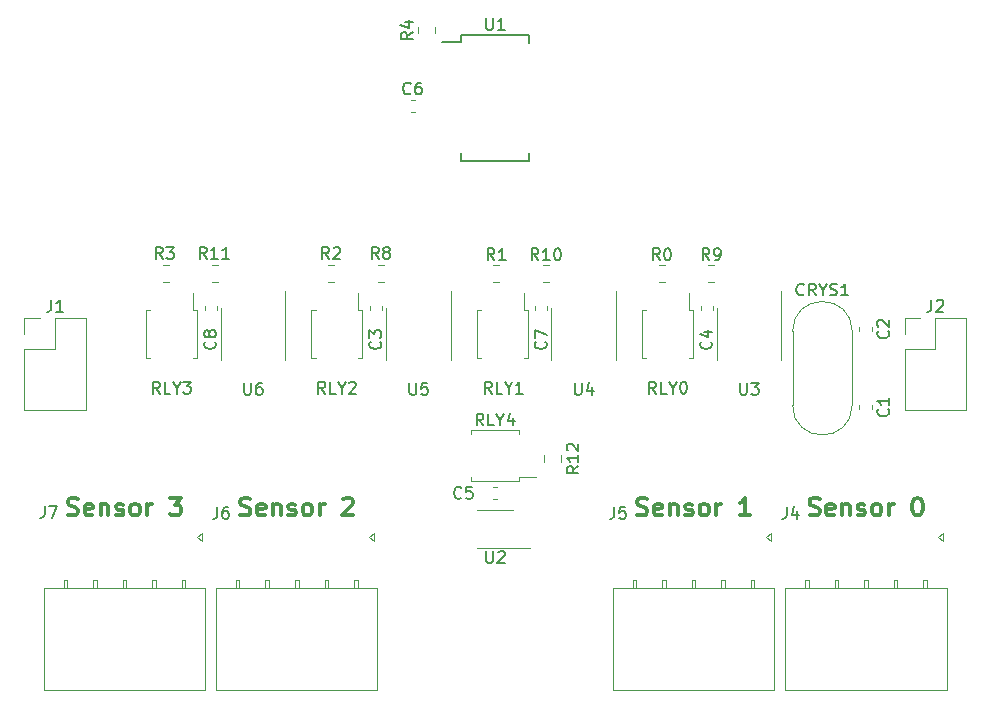
<source format=gbr>
%TF.GenerationSoftware,KiCad,Pcbnew,(5.1.10)-1*%
%TF.CreationDate,2021-07-04T19:20:50-04:00*%
%TF.ProjectId,SensorBoard,53656e73-6f72-4426-9f61-72642e6b6963,rev?*%
%TF.SameCoordinates,Original*%
%TF.FileFunction,Legend,Top*%
%TF.FilePolarity,Positive*%
%FSLAX46Y46*%
G04 Gerber Fmt 4.6, Leading zero omitted, Abs format (unit mm)*
G04 Created by KiCad (PCBNEW (5.1.10)-1) date 2021-07-04 19:20:50*
%MOMM*%
%LPD*%
G01*
G04 APERTURE LIST*
%ADD10C,0.300000*%
%ADD11C,0.120000*%
%ADD12C,0.150000*%
G04 APERTURE END LIST*
D10*
X176614285Y-105307142D02*
X176828571Y-105378571D01*
X177185714Y-105378571D01*
X177328571Y-105307142D01*
X177400000Y-105235714D01*
X177471428Y-105092857D01*
X177471428Y-104950000D01*
X177400000Y-104807142D01*
X177328571Y-104735714D01*
X177185714Y-104664285D01*
X176900000Y-104592857D01*
X176757142Y-104521428D01*
X176685714Y-104450000D01*
X176614285Y-104307142D01*
X176614285Y-104164285D01*
X176685714Y-104021428D01*
X176757142Y-103950000D01*
X176900000Y-103878571D01*
X177257142Y-103878571D01*
X177471428Y-103950000D01*
X178685714Y-105307142D02*
X178542857Y-105378571D01*
X178257142Y-105378571D01*
X178114285Y-105307142D01*
X178042857Y-105164285D01*
X178042857Y-104592857D01*
X178114285Y-104450000D01*
X178257142Y-104378571D01*
X178542857Y-104378571D01*
X178685714Y-104450000D01*
X178757142Y-104592857D01*
X178757142Y-104735714D01*
X178042857Y-104878571D01*
X179400000Y-104378571D02*
X179400000Y-105378571D01*
X179400000Y-104521428D02*
X179471428Y-104450000D01*
X179614285Y-104378571D01*
X179828571Y-104378571D01*
X179971428Y-104450000D01*
X180042857Y-104592857D01*
X180042857Y-105378571D01*
X180685714Y-105307142D02*
X180828571Y-105378571D01*
X181114285Y-105378571D01*
X181257142Y-105307142D01*
X181328571Y-105164285D01*
X181328571Y-105092857D01*
X181257142Y-104950000D01*
X181114285Y-104878571D01*
X180900000Y-104878571D01*
X180757142Y-104807142D01*
X180685714Y-104664285D01*
X180685714Y-104592857D01*
X180757142Y-104450000D01*
X180900000Y-104378571D01*
X181114285Y-104378571D01*
X181257142Y-104450000D01*
X182185714Y-105378571D02*
X182042857Y-105307142D01*
X181971428Y-105235714D01*
X181900000Y-105092857D01*
X181900000Y-104664285D01*
X181971428Y-104521428D01*
X182042857Y-104450000D01*
X182185714Y-104378571D01*
X182400000Y-104378571D01*
X182542857Y-104450000D01*
X182614285Y-104521428D01*
X182685714Y-104664285D01*
X182685714Y-105092857D01*
X182614285Y-105235714D01*
X182542857Y-105307142D01*
X182400000Y-105378571D01*
X182185714Y-105378571D01*
X183328571Y-105378571D02*
X183328571Y-104378571D01*
X183328571Y-104664285D02*
X183400000Y-104521428D01*
X183471428Y-104450000D01*
X183614285Y-104378571D01*
X183757142Y-104378571D01*
X185685714Y-103878571D02*
X185828571Y-103878571D01*
X185971428Y-103950000D01*
X186042857Y-104021428D01*
X186114285Y-104164285D01*
X186185714Y-104450000D01*
X186185714Y-104807142D01*
X186114285Y-105092857D01*
X186042857Y-105235714D01*
X185971428Y-105307142D01*
X185828571Y-105378571D01*
X185685714Y-105378571D01*
X185542857Y-105307142D01*
X185471428Y-105235714D01*
X185400000Y-105092857D01*
X185328571Y-104807142D01*
X185328571Y-104450000D01*
X185400000Y-104164285D01*
X185471428Y-104021428D01*
X185542857Y-103950000D01*
X185685714Y-103878571D01*
X162014285Y-105307142D02*
X162228571Y-105378571D01*
X162585714Y-105378571D01*
X162728571Y-105307142D01*
X162800000Y-105235714D01*
X162871428Y-105092857D01*
X162871428Y-104950000D01*
X162800000Y-104807142D01*
X162728571Y-104735714D01*
X162585714Y-104664285D01*
X162300000Y-104592857D01*
X162157142Y-104521428D01*
X162085714Y-104450000D01*
X162014285Y-104307142D01*
X162014285Y-104164285D01*
X162085714Y-104021428D01*
X162157142Y-103950000D01*
X162300000Y-103878571D01*
X162657142Y-103878571D01*
X162871428Y-103950000D01*
X164085714Y-105307142D02*
X163942857Y-105378571D01*
X163657142Y-105378571D01*
X163514285Y-105307142D01*
X163442857Y-105164285D01*
X163442857Y-104592857D01*
X163514285Y-104450000D01*
X163657142Y-104378571D01*
X163942857Y-104378571D01*
X164085714Y-104450000D01*
X164157142Y-104592857D01*
X164157142Y-104735714D01*
X163442857Y-104878571D01*
X164800000Y-104378571D02*
X164800000Y-105378571D01*
X164800000Y-104521428D02*
X164871428Y-104450000D01*
X165014285Y-104378571D01*
X165228571Y-104378571D01*
X165371428Y-104450000D01*
X165442857Y-104592857D01*
X165442857Y-105378571D01*
X166085714Y-105307142D02*
X166228571Y-105378571D01*
X166514285Y-105378571D01*
X166657142Y-105307142D01*
X166728571Y-105164285D01*
X166728571Y-105092857D01*
X166657142Y-104950000D01*
X166514285Y-104878571D01*
X166300000Y-104878571D01*
X166157142Y-104807142D01*
X166085714Y-104664285D01*
X166085714Y-104592857D01*
X166157142Y-104450000D01*
X166300000Y-104378571D01*
X166514285Y-104378571D01*
X166657142Y-104450000D01*
X167585714Y-105378571D02*
X167442857Y-105307142D01*
X167371428Y-105235714D01*
X167300000Y-105092857D01*
X167300000Y-104664285D01*
X167371428Y-104521428D01*
X167442857Y-104450000D01*
X167585714Y-104378571D01*
X167800000Y-104378571D01*
X167942857Y-104450000D01*
X168014285Y-104521428D01*
X168085714Y-104664285D01*
X168085714Y-105092857D01*
X168014285Y-105235714D01*
X167942857Y-105307142D01*
X167800000Y-105378571D01*
X167585714Y-105378571D01*
X168728571Y-105378571D02*
X168728571Y-104378571D01*
X168728571Y-104664285D02*
X168800000Y-104521428D01*
X168871428Y-104450000D01*
X169014285Y-104378571D01*
X169157142Y-104378571D01*
X171585714Y-105378571D02*
X170728571Y-105378571D01*
X171157142Y-105378571D02*
X171157142Y-103878571D01*
X171014285Y-104092857D01*
X170871428Y-104235714D01*
X170728571Y-104307142D01*
X128414285Y-105307142D02*
X128628571Y-105378571D01*
X128985714Y-105378571D01*
X129128571Y-105307142D01*
X129200000Y-105235714D01*
X129271428Y-105092857D01*
X129271428Y-104950000D01*
X129200000Y-104807142D01*
X129128571Y-104735714D01*
X128985714Y-104664285D01*
X128700000Y-104592857D01*
X128557142Y-104521428D01*
X128485714Y-104450000D01*
X128414285Y-104307142D01*
X128414285Y-104164285D01*
X128485714Y-104021428D01*
X128557142Y-103950000D01*
X128700000Y-103878571D01*
X129057142Y-103878571D01*
X129271428Y-103950000D01*
X130485714Y-105307142D02*
X130342857Y-105378571D01*
X130057142Y-105378571D01*
X129914285Y-105307142D01*
X129842857Y-105164285D01*
X129842857Y-104592857D01*
X129914285Y-104450000D01*
X130057142Y-104378571D01*
X130342857Y-104378571D01*
X130485714Y-104450000D01*
X130557142Y-104592857D01*
X130557142Y-104735714D01*
X129842857Y-104878571D01*
X131200000Y-104378571D02*
X131200000Y-105378571D01*
X131200000Y-104521428D02*
X131271428Y-104450000D01*
X131414285Y-104378571D01*
X131628571Y-104378571D01*
X131771428Y-104450000D01*
X131842857Y-104592857D01*
X131842857Y-105378571D01*
X132485714Y-105307142D02*
X132628571Y-105378571D01*
X132914285Y-105378571D01*
X133057142Y-105307142D01*
X133128571Y-105164285D01*
X133128571Y-105092857D01*
X133057142Y-104950000D01*
X132914285Y-104878571D01*
X132700000Y-104878571D01*
X132557142Y-104807142D01*
X132485714Y-104664285D01*
X132485714Y-104592857D01*
X132557142Y-104450000D01*
X132700000Y-104378571D01*
X132914285Y-104378571D01*
X133057142Y-104450000D01*
X133985714Y-105378571D02*
X133842857Y-105307142D01*
X133771428Y-105235714D01*
X133700000Y-105092857D01*
X133700000Y-104664285D01*
X133771428Y-104521428D01*
X133842857Y-104450000D01*
X133985714Y-104378571D01*
X134200000Y-104378571D01*
X134342857Y-104450000D01*
X134414285Y-104521428D01*
X134485714Y-104664285D01*
X134485714Y-105092857D01*
X134414285Y-105235714D01*
X134342857Y-105307142D01*
X134200000Y-105378571D01*
X133985714Y-105378571D01*
X135128571Y-105378571D02*
X135128571Y-104378571D01*
X135128571Y-104664285D02*
X135200000Y-104521428D01*
X135271428Y-104450000D01*
X135414285Y-104378571D01*
X135557142Y-104378571D01*
X137128571Y-104021428D02*
X137200000Y-103950000D01*
X137342857Y-103878571D01*
X137700000Y-103878571D01*
X137842857Y-103950000D01*
X137914285Y-104021428D01*
X137985714Y-104164285D01*
X137985714Y-104307142D01*
X137914285Y-104521428D01*
X137057142Y-105378571D01*
X137985714Y-105378571D01*
X113814285Y-105307142D02*
X114028571Y-105378571D01*
X114385714Y-105378571D01*
X114528571Y-105307142D01*
X114600000Y-105235714D01*
X114671428Y-105092857D01*
X114671428Y-104950000D01*
X114600000Y-104807142D01*
X114528571Y-104735714D01*
X114385714Y-104664285D01*
X114100000Y-104592857D01*
X113957142Y-104521428D01*
X113885714Y-104450000D01*
X113814285Y-104307142D01*
X113814285Y-104164285D01*
X113885714Y-104021428D01*
X113957142Y-103950000D01*
X114100000Y-103878571D01*
X114457142Y-103878571D01*
X114671428Y-103950000D01*
X115885714Y-105307142D02*
X115742857Y-105378571D01*
X115457142Y-105378571D01*
X115314285Y-105307142D01*
X115242857Y-105164285D01*
X115242857Y-104592857D01*
X115314285Y-104450000D01*
X115457142Y-104378571D01*
X115742857Y-104378571D01*
X115885714Y-104450000D01*
X115957142Y-104592857D01*
X115957142Y-104735714D01*
X115242857Y-104878571D01*
X116600000Y-104378571D02*
X116600000Y-105378571D01*
X116600000Y-104521428D02*
X116671428Y-104450000D01*
X116814285Y-104378571D01*
X117028571Y-104378571D01*
X117171428Y-104450000D01*
X117242857Y-104592857D01*
X117242857Y-105378571D01*
X117885714Y-105307142D02*
X118028571Y-105378571D01*
X118314285Y-105378571D01*
X118457142Y-105307142D01*
X118528571Y-105164285D01*
X118528571Y-105092857D01*
X118457142Y-104950000D01*
X118314285Y-104878571D01*
X118100000Y-104878571D01*
X117957142Y-104807142D01*
X117885714Y-104664285D01*
X117885714Y-104592857D01*
X117957142Y-104450000D01*
X118100000Y-104378571D01*
X118314285Y-104378571D01*
X118457142Y-104450000D01*
X119385714Y-105378571D02*
X119242857Y-105307142D01*
X119171428Y-105235714D01*
X119100000Y-105092857D01*
X119100000Y-104664285D01*
X119171428Y-104521428D01*
X119242857Y-104450000D01*
X119385714Y-104378571D01*
X119600000Y-104378571D01*
X119742857Y-104450000D01*
X119814285Y-104521428D01*
X119885714Y-104664285D01*
X119885714Y-105092857D01*
X119814285Y-105235714D01*
X119742857Y-105307142D01*
X119600000Y-105378571D01*
X119385714Y-105378571D01*
X120528571Y-105378571D02*
X120528571Y-104378571D01*
X120528571Y-104664285D02*
X120600000Y-104521428D01*
X120671428Y-104450000D01*
X120814285Y-104378571D01*
X120957142Y-104378571D01*
X122457142Y-103878571D02*
X123385714Y-103878571D01*
X122885714Y-104450000D01*
X123100000Y-104450000D01*
X123242857Y-104521428D01*
X123314285Y-104592857D01*
X123385714Y-104735714D01*
X123385714Y-105092857D01*
X123314285Y-105235714D01*
X123242857Y-105307142D01*
X123100000Y-105378571D01*
X122671428Y-105378571D01*
X122528571Y-105307142D01*
X122457142Y-105235714D01*
D11*
%TO.C,C8*%
X126410000Y-87971267D02*
X126410000Y-87628733D01*
X125390000Y-87971267D02*
X125390000Y-87628733D01*
%TO.C,C7*%
X154410000Y-87971267D02*
X154410000Y-87628733D01*
X153390000Y-87971267D02*
X153390000Y-87628733D01*
%TO.C,C6*%
X142828733Y-71210000D02*
X143171267Y-71210000D01*
X142828733Y-70190000D02*
X143171267Y-70190000D01*
%TO.C,C5*%
X150171267Y-102940000D02*
X149828733Y-102940000D01*
X150171267Y-103960000D02*
X149828733Y-103960000D01*
%TO.C,C4*%
X167390000Y-87971267D02*
X167390000Y-87628733D01*
X168410000Y-87971267D02*
X168410000Y-87628733D01*
%TO.C,C3*%
X140410000Y-87971267D02*
X140410000Y-87628733D01*
X139390000Y-87971267D02*
X139390000Y-87628733D01*
%TO.C,J1*%
X110130000Y-96410000D02*
X115330000Y-96410000D01*
X110130000Y-91270000D02*
X110130000Y-96410000D01*
X115330000Y-88670000D02*
X115330000Y-96410000D01*
X110130000Y-91270000D02*
X112730000Y-91270000D01*
X112730000Y-91270000D02*
X112730000Y-88670000D01*
X112730000Y-88670000D02*
X115330000Y-88670000D01*
X110130000Y-90000000D02*
X110130000Y-88670000D01*
X110130000Y-88670000D02*
X111460000Y-88670000D01*
%TO.C,J2*%
X184670000Y-88670000D02*
X186000000Y-88670000D01*
X184670000Y-90000000D02*
X184670000Y-88670000D01*
X187270000Y-88670000D02*
X189870000Y-88670000D01*
X187270000Y-91270000D02*
X187270000Y-88670000D01*
X184670000Y-91270000D02*
X187270000Y-91270000D01*
X189870000Y-88670000D02*
X189870000Y-96410000D01*
X184670000Y-91270000D02*
X184670000Y-96410000D01*
X184670000Y-96410000D02*
X189870000Y-96410000D01*
%TO.C,U6*%
X132235000Y-90000000D02*
X132235000Y-86400000D01*
X132235000Y-90000000D02*
X132235000Y-92200000D01*
X126765000Y-90000000D02*
X126765000Y-87800000D01*
X126765000Y-90000000D02*
X126765000Y-92200000D01*
%TO.C,U5*%
X146235000Y-90000000D02*
X146235000Y-86400000D01*
X146235000Y-90000000D02*
X146235000Y-92200000D01*
X140765000Y-90000000D02*
X140765000Y-87800000D01*
X140765000Y-90000000D02*
X140765000Y-92200000D01*
%TO.C,U4*%
X160235000Y-90000000D02*
X160235000Y-86400000D01*
X160235000Y-90000000D02*
X160235000Y-92200000D01*
X154765000Y-90000000D02*
X154765000Y-87800000D01*
X154765000Y-90000000D02*
X154765000Y-92200000D01*
%TO.C,U3*%
X174235000Y-90000000D02*
X174235000Y-86400000D01*
X174235000Y-90000000D02*
X174235000Y-92200000D01*
X168765000Y-90000000D02*
X168765000Y-87800000D01*
X168765000Y-90000000D02*
X168765000Y-92200000D01*
%TO.C,U2*%
X150000000Y-108110000D02*
X152925000Y-108110000D01*
X150000000Y-108110000D02*
X148500000Y-108110000D01*
X150000000Y-104890000D02*
X151500000Y-104890000D01*
X150000000Y-104890000D02*
X148500000Y-104890000D01*
D12*
%TO.C,U1*%
X147125000Y-65300000D02*
X145525000Y-65300000D01*
X147125000Y-75375000D02*
X152875000Y-75375000D01*
X147125000Y-64725000D02*
X152875000Y-64725000D01*
X147125000Y-75375000D02*
X147125000Y-74725000D01*
X152875000Y-75375000D02*
X152875000Y-74725000D01*
X152875000Y-64725000D02*
X152875000Y-65375000D01*
X147125000Y-64725000D02*
X147125000Y-65300000D01*
D11*
%TO.C,RLY4*%
X152010000Y-102105000D02*
X153475000Y-102105000D01*
X152010000Y-102460000D02*
X152010000Y-102105000D01*
X150000000Y-102460000D02*
X152010000Y-102460000D01*
X147990000Y-102460000D02*
X147990000Y-102105000D01*
X150000000Y-102460000D02*
X147990000Y-102460000D01*
X152010000Y-98140000D02*
X152010000Y-98495000D01*
X150000000Y-98140000D02*
X152010000Y-98140000D01*
X147990000Y-98140000D02*
X147990000Y-98495000D01*
X150000000Y-98140000D02*
X147990000Y-98140000D01*
%TO.C,RLY3*%
X124405000Y-87990000D02*
X124405000Y-86525000D01*
X124760000Y-87990000D02*
X124405000Y-87990000D01*
X124760000Y-90000000D02*
X124760000Y-87990000D01*
X124760000Y-92010000D02*
X124405000Y-92010000D01*
X124760000Y-90000000D02*
X124760000Y-92010000D01*
X120440000Y-87990000D02*
X120795000Y-87990000D01*
X120440000Y-90000000D02*
X120440000Y-87990000D01*
X120440000Y-92010000D02*
X120795000Y-92010000D01*
X120440000Y-90000000D02*
X120440000Y-92010000D01*
%TO.C,RLY2*%
X138405000Y-87990000D02*
X138405000Y-86525000D01*
X138760000Y-87990000D02*
X138405000Y-87990000D01*
X138760000Y-90000000D02*
X138760000Y-87990000D01*
X138760000Y-92010000D02*
X138405000Y-92010000D01*
X138760000Y-90000000D02*
X138760000Y-92010000D01*
X134440000Y-87990000D02*
X134795000Y-87990000D01*
X134440000Y-90000000D02*
X134440000Y-87990000D01*
X134440000Y-92010000D02*
X134795000Y-92010000D01*
X134440000Y-90000000D02*
X134440000Y-92010000D01*
%TO.C,RLY1*%
X152405000Y-87990000D02*
X152405000Y-86525000D01*
X152760000Y-87990000D02*
X152405000Y-87990000D01*
X152760000Y-90000000D02*
X152760000Y-87990000D01*
X152760000Y-92010000D02*
X152405000Y-92010000D01*
X152760000Y-90000000D02*
X152760000Y-92010000D01*
X148440000Y-87990000D02*
X148795000Y-87990000D01*
X148440000Y-90000000D02*
X148440000Y-87990000D01*
X148440000Y-92010000D02*
X148795000Y-92010000D01*
X148440000Y-90000000D02*
X148440000Y-92010000D01*
%TO.C,RLY0*%
X166405000Y-87990000D02*
X166405000Y-86525000D01*
X166760000Y-87990000D02*
X166405000Y-87990000D01*
X166760000Y-90000000D02*
X166760000Y-87990000D01*
X166760000Y-92010000D02*
X166405000Y-92010000D01*
X166760000Y-90000000D02*
X166760000Y-92010000D01*
X162440000Y-87990000D02*
X162795000Y-87990000D01*
X162440000Y-90000000D02*
X162440000Y-87990000D01*
X162440000Y-92010000D02*
X162795000Y-92010000D01*
X162440000Y-90000000D02*
X162440000Y-92010000D01*
%TO.C,R12*%
X155560000Y-100811252D02*
X155560000Y-100288748D01*
X154140000Y-100811252D02*
X154140000Y-100288748D01*
%TO.C,R11*%
X126561252Y-84190000D02*
X126038748Y-84190000D01*
X126561252Y-85610000D02*
X126038748Y-85610000D01*
%TO.C,R10*%
X154561252Y-84190000D02*
X154038748Y-84190000D01*
X154561252Y-85610000D02*
X154038748Y-85610000D01*
%TO.C,R9*%
X168561252Y-84190000D02*
X168038748Y-84190000D01*
X168561252Y-85610000D02*
X168038748Y-85610000D01*
%TO.C,R8*%
X140561252Y-84190000D02*
X140038748Y-84190000D01*
X140561252Y-85610000D02*
X140038748Y-85610000D01*
%TO.C,R4*%
X144910000Y-64561252D02*
X144910000Y-64038748D01*
X143490000Y-64561252D02*
X143490000Y-64038748D01*
%TO.C,R3*%
X122361252Y-84190000D02*
X121838748Y-84190000D01*
X122361252Y-85610000D02*
X121838748Y-85610000D01*
%TO.C,R2*%
X136361252Y-84190000D02*
X135838748Y-84190000D01*
X136361252Y-85610000D02*
X135838748Y-85610000D01*
%TO.C,R1*%
X150361252Y-84190000D02*
X149838748Y-84190000D01*
X150361252Y-85610000D02*
X149838748Y-85610000D01*
%TO.C,R0*%
X164361252Y-84190000D02*
X163838748Y-84190000D01*
X164361252Y-85610000D02*
X163838748Y-85610000D01*
%TO.C,J4*%
X187934264Y-106900000D02*
X187510000Y-107200000D01*
X187934264Y-107500000D02*
X187934264Y-106900000D01*
X187510000Y-107200000D02*
X187934264Y-107500000D01*
X176250000Y-110810000D02*
X176250000Y-111510000D01*
X176550000Y-110810000D02*
X176250000Y-110810000D01*
X176550000Y-111510000D02*
X176550000Y-110810000D01*
X176250000Y-111510000D02*
X176550000Y-111510000D01*
X178750000Y-110810000D02*
X178750000Y-111510000D01*
X179050000Y-110810000D02*
X178750000Y-110810000D01*
X179050000Y-111510000D02*
X179050000Y-110810000D01*
X178750000Y-111510000D02*
X179050000Y-111510000D01*
X181250000Y-110810000D02*
X181250000Y-111510000D01*
X181550000Y-110810000D02*
X181250000Y-110810000D01*
X181550000Y-111510000D02*
X181550000Y-110810000D01*
X181250000Y-111510000D02*
X181550000Y-111510000D01*
X183750000Y-110810000D02*
X183750000Y-111510000D01*
X184050000Y-110810000D02*
X183750000Y-110810000D01*
X184050000Y-111510000D02*
X184050000Y-110810000D01*
X183750000Y-111510000D02*
X184050000Y-111510000D01*
X186250000Y-110810000D02*
X186250000Y-111510000D01*
X186550000Y-110810000D02*
X186250000Y-110810000D01*
X186550000Y-111510000D02*
X186550000Y-110810000D01*
X186250000Y-111510000D02*
X186550000Y-111510000D01*
X188230000Y-120190000D02*
X188230000Y-111510000D01*
X174570000Y-120190000D02*
X188230000Y-120190000D01*
X174570000Y-111510000D02*
X174570000Y-120190000D01*
X188230000Y-111510000D02*
X174570000Y-111510000D01*
%TO.C,J5*%
X173334264Y-106900000D02*
X172910000Y-107200000D01*
X173334264Y-107500000D02*
X173334264Y-106900000D01*
X172910000Y-107200000D02*
X173334264Y-107500000D01*
X161650000Y-110810000D02*
X161650000Y-111510000D01*
X161950000Y-110810000D02*
X161650000Y-110810000D01*
X161950000Y-111510000D02*
X161950000Y-110810000D01*
X161650000Y-111510000D02*
X161950000Y-111510000D01*
X164150000Y-110810000D02*
X164150000Y-111510000D01*
X164450000Y-110810000D02*
X164150000Y-110810000D01*
X164450000Y-111510000D02*
X164450000Y-110810000D01*
X164150000Y-111510000D02*
X164450000Y-111510000D01*
X166650000Y-110810000D02*
X166650000Y-111510000D01*
X166950000Y-110810000D02*
X166650000Y-110810000D01*
X166950000Y-111510000D02*
X166950000Y-110810000D01*
X166650000Y-111510000D02*
X166950000Y-111510000D01*
X169150000Y-110810000D02*
X169150000Y-111510000D01*
X169450000Y-110810000D02*
X169150000Y-110810000D01*
X169450000Y-111510000D02*
X169450000Y-110810000D01*
X169150000Y-111510000D02*
X169450000Y-111510000D01*
X171650000Y-110810000D02*
X171650000Y-111510000D01*
X171950000Y-110810000D02*
X171650000Y-110810000D01*
X171950000Y-111510000D02*
X171950000Y-110810000D01*
X171650000Y-111510000D02*
X171950000Y-111510000D01*
X173630000Y-120190000D02*
X173630000Y-111510000D01*
X159970000Y-120190000D02*
X173630000Y-120190000D01*
X159970000Y-111510000D02*
X159970000Y-120190000D01*
X173630000Y-111510000D02*
X159970000Y-111510000D01*
%TO.C,J6*%
X139734264Y-106900000D02*
X139310000Y-107200000D01*
X139734264Y-107500000D02*
X139734264Y-106900000D01*
X139310000Y-107200000D02*
X139734264Y-107500000D01*
X128050000Y-110810000D02*
X128050000Y-111510000D01*
X128350000Y-110810000D02*
X128050000Y-110810000D01*
X128350000Y-111510000D02*
X128350000Y-110810000D01*
X128050000Y-111510000D02*
X128350000Y-111510000D01*
X130550000Y-110810000D02*
X130550000Y-111510000D01*
X130850000Y-110810000D02*
X130550000Y-110810000D01*
X130850000Y-111510000D02*
X130850000Y-110810000D01*
X130550000Y-111510000D02*
X130850000Y-111510000D01*
X133050000Y-110810000D02*
X133050000Y-111510000D01*
X133350000Y-110810000D02*
X133050000Y-110810000D01*
X133350000Y-111510000D02*
X133350000Y-110810000D01*
X133050000Y-111510000D02*
X133350000Y-111510000D01*
X135550000Y-110810000D02*
X135550000Y-111510000D01*
X135850000Y-110810000D02*
X135550000Y-110810000D01*
X135850000Y-111510000D02*
X135850000Y-110810000D01*
X135550000Y-111510000D02*
X135850000Y-111510000D01*
X138050000Y-110810000D02*
X138050000Y-111510000D01*
X138350000Y-110810000D02*
X138050000Y-110810000D01*
X138350000Y-111510000D02*
X138350000Y-110810000D01*
X138050000Y-111510000D02*
X138350000Y-111510000D01*
X140030000Y-120190000D02*
X140030000Y-111510000D01*
X126370000Y-120190000D02*
X140030000Y-120190000D01*
X126370000Y-111510000D02*
X126370000Y-120190000D01*
X140030000Y-111510000D02*
X126370000Y-111510000D01*
%TO.C,J7*%
X125134264Y-106900000D02*
X124710000Y-107200000D01*
X125134264Y-107500000D02*
X125134264Y-106900000D01*
X124710000Y-107200000D02*
X125134264Y-107500000D01*
X113450000Y-110810000D02*
X113450000Y-111510000D01*
X113750000Y-110810000D02*
X113450000Y-110810000D01*
X113750000Y-111510000D02*
X113750000Y-110810000D01*
X113450000Y-111510000D02*
X113750000Y-111510000D01*
X115950000Y-110810000D02*
X115950000Y-111510000D01*
X116250000Y-110810000D02*
X115950000Y-110810000D01*
X116250000Y-111510000D02*
X116250000Y-110810000D01*
X115950000Y-111510000D02*
X116250000Y-111510000D01*
X118450000Y-110810000D02*
X118450000Y-111510000D01*
X118750000Y-110810000D02*
X118450000Y-110810000D01*
X118750000Y-111510000D02*
X118750000Y-110810000D01*
X118450000Y-111510000D02*
X118750000Y-111510000D01*
X120950000Y-110810000D02*
X120950000Y-111510000D01*
X121250000Y-110810000D02*
X120950000Y-110810000D01*
X121250000Y-111510000D02*
X121250000Y-110810000D01*
X120950000Y-111510000D02*
X121250000Y-111510000D01*
X123450000Y-110810000D02*
X123450000Y-111510000D01*
X123750000Y-110810000D02*
X123450000Y-110810000D01*
X123750000Y-111510000D02*
X123750000Y-110810000D01*
X123450000Y-111510000D02*
X123750000Y-111510000D01*
X125430000Y-120190000D02*
X125430000Y-111510000D01*
X111770000Y-120190000D02*
X125430000Y-120190000D01*
X111770000Y-111510000D02*
X111770000Y-120190000D01*
X125430000Y-111510000D02*
X111770000Y-111510000D01*
%TO.C,CRYS1*%
X180225000Y-96035000D02*
X180225000Y-89785000D01*
X175175000Y-96035000D02*
X175175000Y-89785000D01*
X180225000Y-89785000D02*
G75*
G03*
X175175000Y-89785000I-2525000J0D01*
G01*
X180225000Y-96035000D02*
G75*
G02*
X175175000Y-96035000I-2525000J0D01*
G01*
%TO.C,C2*%
X180840000Y-89428733D02*
X180840000Y-89771267D01*
X181860000Y-89428733D02*
X181860000Y-89771267D01*
%TO.C,C1*%
X181860000Y-96371267D02*
X181860000Y-96028733D01*
X180840000Y-96371267D02*
X180840000Y-96028733D01*
%TO.C,C8*%
D12*
X126257142Y-90666666D02*
X126304761Y-90714285D01*
X126352380Y-90857142D01*
X126352380Y-90952380D01*
X126304761Y-91095238D01*
X126209523Y-91190476D01*
X126114285Y-91238095D01*
X125923809Y-91285714D01*
X125780952Y-91285714D01*
X125590476Y-91238095D01*
X125495238Y-91190476D01*
X125400000Y-91095238D01*
X125352380Y-90952380D01*
X125352380Y-90857142D01*
X125400000Y-90714285D01*
X125447619Y-90666666D01*
X125780952Y-90095238D02*
X125733333Y-90190476D01*
X125685714Y-90238095D01*
X125590476Y-90285714D01*
X125542857Y-90285714D01*
X125447619Y-90238095D01*
X125400000Y-90190476D01*
X125352380Y-90095238D01*
X125352380Y-89904761D01*
X125400000Y-89809523D01*
X125447619Y-89761904D01*
X125542857Y-89714285D01*
X125590476Y-89714285D01*
X125685714Y-89761904D01*
X125733333Y-89809523D01*
X125780952Y-89904761D01*
X125780952Y-90095238D01*
X125828571Y-90190476D01*
X125876190Y-90238095D01*
X125971428Y-90285714D01*
X126161904Y-90285714D01*
X126257142Y-90238095D01*
X126304761Y-90190476D01*
X126352380Y-90095238D01*
X126352380Y-89904761D01*
X126304761Y-89809523D01*
X126257142Y-89761904D01*
X126161904Y-89714285D01*
X125971428Y-89714285D01*
X125876190Y-89761904D01*
X125828571Y-89809523D01*
X125780952Y-89904761D01*
%TO.C,C7*%
X154257142Y-90666666D02*
X154304761Y-90714285D01*
X154352380Y-90857142D01*
X154352380Y-90952380D01*
X154304761Y-91095238D01*
X154209523Y-91190476D01*
X154114285Y-91238095D01*
X153923809Y-91285714D01*
X153780952Y-91285714D01*
X153590476Y-91238095D01*
X153495238Y-91190476D01*
X153400000Y-91095238D01*
X153352380Y-90952380D01*
X153352380Y-90857142D01*
X153400000Y-90714285D01*
X153447619Y-90666666D01*
X153352380Y-90333333D02*
X153352380Y-89666666D01*
X154352380Y-90095238D01*
%TO.C,C6*%
X142833333Y-69627142D02*
X142785714Y-69674761D01*
X142642857Y-69722380D01*
X142547619Y-69722380D01*
X142404761Y-69674761D01*
X142309523Y-69579523D01*
X142261904Y-69484285D01*
X142214285Y-69293809D01*
X142214285Y-69150952D01*
X142261904Y-68960476D01*
X142309523Y-68865238D01*
X142404761Y-68770000D01*
X142547619Y-68722380D01*
X142642857Y-68722380D01*
X142785714Y-68770000D01*
X142833333Y-68817619D01*
X143690476Y-68722380D02*
X143500000Y-68722380D01*
X143404761Y-68770000D01*
X143357142Y-68817619D01*
X143261904Y-68960476D01*
X143214285Y-69150952D01*
X143214285Y-69531904D01*
X143261904Y-69627142D01*
X143309523Y-69674761D01*
X143404761Y-69722380D01*
X143595238Y-69722380D01*
X143690476Y-69674761D01*
X143738095Y-69627142D01*
X143785714Y-69531904D01*
X143785714Y-69293809D01*
X143738095Y-69198571D01*
X143690476Y-69150952D01*
X143595238Y-69103333D01*
X143404761Y-69103333D01*
X143309523Y-69150952D01*
X143261904Y-69198571D01*
X143214285Y-69293809D01*
%TO.C,C5*%
X147133333Y-103857142D02*
X147085714Y-103904761D01*
X146942857Y-103952380D01*
X146847619Y-103952380D01*
X146704761Y-103904761D01*
X146609523Y-103809523D01*
X146561904Y-103714285D01*
X146514285Y-103523809D01*
X146514285Y-103380952D01*
X146561904Y-103190476D01*
X146609523Y-103095238D01*
X146704761Y-103000000D01*
X146847619Y-102952380D01*
X146942857Y-102952380D01*
X147085714Y-103000000D01*
X147133333Y-103047619D01*
X148038095Y-102952380D02*
X147561904Y-102952380D01*
X147514285Y-103428571D01*
X147561904Y-103380952D01*
X147657142Y-103333333D01*
X147895238Y-103333333D01*
X147990476Y-103380952D01*
X148038095Y-103428571D01*
X148085714Y-103523809D01*
X148085714Y-103761904D01*
X148038095Y-103857142D01*
X147990476Y-103904761D01*
X147895238Y-103952380D01*
X147657142Y-103952380D01*
X147561904Y-103904761D01*
X147514285Y-103857142D01*
%TO.C,C4*%
X168257142Y-90666666D02*
X168304761Y-90714285D01*
X168352380Y-90857142D01*
X168352380Y-90952380D01*
X168304761Y-91095238D01*
X168209523Y-91190476D01*
X168114285Y-91238095D01*
X167923809Y-91285714D01*
X167780952Y-91285714D01*
X167590476Y-91238095D01*
X167495238Y-91190476D01*
X167400000Y-91095238D01*
X167352380Y-90952380D01*
X167352380Y-90857142D01*
X167400000Y-90714285D01*
X167447619Y-90666666D01*
X167685714Y-89809523D02*
X168352380Y-89809523D01*
X167304761Y-90047619D02*
X168019047Y-90285714D01*
X168019047Y-89666666D01*
%TO.C,C3*%
X140257142Y-90666666D02*
X140304761Y-90714285D01*
X140352380Y-90857142D01*
X140352380Y-90952380D01*
X140304761Y-91095238D01*
X140209523Y-91190476D01*
X140114285Y-91238095D01*
X139923809Y-91285714D01*
X139780952Y-91285714D01*
X139590476Y-91238095D01*
X139495238Y-91190476D01*
X139400000Y-91095238D01*
X139352380Y-90952380D01*
X139352380Y-90857142D01*
X139400000Y-90714285D01*
X139447619Y-90666666D01*
X139352380Y-90333333D02*
X139352380Y-89714285D01*
X139733333Y-90047619D01*
X139733333Y-89904761D01*
X139780952Y-89809523D01*
X139828571Y-89761904D01*
X139923809Y-89714285D01*
X140161904Y-89714285D01*
X140257142Y-89761904D01*
X140304761Y-89809523D01*
X140352380Y-89904761D01*
X140352380Y-90190476D01*
X140304761Y-90285714D01*
X140257142Y-90333333D01*
%TO.C,J1*%
X112396666Y-87122380D02*
X112396666Y-87836666D01*
X112349047Y-87979523D01*
X112253809Y-88074761D01*
X112110952Y-88122380D01*
X112015714Y-88122380D01*
X113396666Y-88122380D02*
X112825238Y-88122380D01*
X113110952Y-88122380D02*
X113110952Y-87122380D01*
X113015714Y-87265238D01*
X112920476Y-87360476D01*
X112825238Y-87408095D01*
%TO.C,J2*%
X186936666Y-87122380D02*
X186936666Y-87836666D01*
X186889047Y-87979523D01*
X186793809Y-88074761D01*
X186650952Y-88122380D01*
X186555714Y-88122380D01*
X187365238Y-87217619D02*
X187412857Y-87170000D01*
X187508095Y-87122380D01*
X187746190Y-87122380D01*
X187841428Y-87170000D01*
X187889047Y-87217619D01*
X187936666Y-87312857D01*
X187936666Y-87408095D01*
X187889047Y-87550952D01*
X187317619Y-88122380D01*
X187936666Y-88122380D01*
%TO.C,U6*%
X128738095Y-94152380D02*
X128738095Y-94961904D01*
X128785714Y-95057142D01*
X128833333Y-95104761D01*
X128928571Y-95152380D01*
X129119047Y-95152380D01*
X129214285Y-95104761D01*
X129261904Y-95057142D01*
X129309523Y-94961904D01*
X129309523Y-94152380D01*
X130214285Y-94152380D02*
X130023809Y-94152380D01*
X129928571Y-94200000D01*
X129880952Y-94247619D01*
X129785714Y-94390476D01*
X129738095Y-94580952D01*
X129738095Y-94961904D01*
X129785714Y-95057142D01*
X129833333Y-95104761D01*
X129928571Y-95152380D01*
X130119047Y-95152380D01*
X130214285Y-95104761D01*
X130261904Y-95057142D01*
X130309523Y-94961904D01*
X130309523Y-94723809D01*
X130261904Y-94628571D01*
X130214285Y-94580952D01*
X130119047Y-94533333D01*
X129928571Y-94533333D01*
X129833333Y-94580952D01*
X129785714Y-94628571D01*
X129738095Y-94723809D01*
%TO.C,U5*%
X142738095Y-94152380D02*
X142738095Y-94961904D01*
X142785714Y-95057142D01*
X142833333Y-95104761D01*
X142928571Y-95152380D01*
X143119047Y-95152380D01*
X143214285Y-95104761D01*
X143261904Y-95057142D01*
X143309523Y-94961904D01*
X143309523Y-94152380D01*
X144261904Y-94152380D02*
X143785714Y-94152380D01*
X143738095Y-94628571D01*
X143785714Y-94580952D01*
X143880952Y-94533333D01*
X144119047Y-94533333D01*
X144214285Y-94580952D01*
X144261904Y-94628571D01*
X144309523Y-94723809D01*
X144309523Y-94961904D01*
X144261904Y-95057142D01*
X144214285Y-95104761D01*
X144119047Y-95152380D01*
X143880952Y-95152380D01*
X143785714Y-95104761D01*
X143738095Y-95057142D01*
%TO.C,U4*%
X156738095Y-94152380D02*
X156738095Y-94961904D01*
X156785714Y-95057142D01*
X156833333Y-95104761D01*
X156928571Y-95152380D01*
X157119047Y-95152380D01*
X157214285Y-95104761D01*
X157261904Y-95057142D01*
X157309523Y-94961904D01*
X157309523Y-94152380D01*
X158214285Y-94485714D02*
X158214285Y-95152380D01*
X157976190Y-94104761D02*
X157738095Y-94819047D01*
X158357142Y-94819047D01*
%TO.C,U3*%
X170738095Y-94152380D02*
X170738095Y-94961904D01*
X170785714Y-95057142D01*
X170833333Y-95104761D01*
X170928571Y-95152380D01*
X171119047Y-95152380D01*
X171214285Y-95104761D01*
X171261904Y-95057142D01*
X171309523Y-94961904D01*
X171309523Y-94152380D01*
X171690476Y-94152380D02*
X172309523Y-94152380D01*
X171976190Y-94533333D01*
X172119047Y-94533333D01*
X172214285Y-94580952D01*
X172261904Y-94628571D01*
X172309523Y-94723809D01*
X172309523Y-94961904D01*
X172261904Y-95057142D01*
X172214285Y-95104761D01*
X172119047Y-95152380D01*
X171833333Y-95152380D01*
X171738095Y-95104761D01*
X171690476Y-95057142D01*
%TO.C,U2*%
X149238095Y-108402380D02*
X149238095Y-109211904D01*
X149285714Y-109307142D01*
X149333333Y-109354761D01*
X149428571Y-109402380D01*
X149619047Y-109402380D01*
X149714285Y-109354761D01*
X149761904Y-109307142D01*
X149809523Y-109211904D01*
X149809523Y-108402380D01*
X150238095Y-108497619D02*
X150285714Y-108450000D01*
X150380952Y-108402380D01*
X150619047Y-108402380D01*
X150714285Y-108450000D01*
X150761904Y-108497619D01*
X150809523Y-108592857D01*
X150809523Y-108688095D01*
X150761904Y-108830952D01*
X150190476Y-109402380D01*
X150809523Y-109402380D01*
%TO.C,U1*%
X149238095Y-63252380D02*
X149238095Y-64061904D01*
X149285714Y-64157142D01*
X149333333Y-64204761D01*
X149428571Y-64252380D01*
X149619047Y-64252380D01*
X149714285Y-64204761D01*
X149761904Y-64157142D01*
X149809523Y-64061904D01*
X149809523Y-63252380D01*
X150809523Y-64252380D02*
X150238095Y-64252380D01*
X150523809Y-64252380D02*
X150523809Y-63252380D01*
X150428571Y-63395238D01*
X150333333Y-63490476D01*
X150238095Y-63538095D01*
%TO.C,RLY4*%
X149000000Y-97752380D02*
X148666666Y-97276190D01*
X148428571Y-97752380D02*
X148428571Y-96752380D01*
X148809523Y-96752380D01*
X148904761Y-96800000D01*
X148952380Y-96847619D01*
X149000000Y-96942857D01*
X149000000Y-97085714D01*
X148952380Y-97180952D01*
X148904761Y-97228571D01*
X148809523Y-97276190D01*
X148428571Y-97276190D01*
X149904761Y-97752380D02*
X149428571Y-97752380D01*
X149428571Y-96752380D01*
X150428571Y-97276190D02*
X150428571Y-97752380D01*
X150095238Y-96752380D02*
X150428571Y-97276190D01*
X150761904Y-96752380D01*
X151523809Y-97085714D02*
X151523809Y-97752380D01*
X151285714Y-96704761D02*
X151047619Y-97419047D01*
X151666666Y-97419047D01*
%TO.C,RLY3*%
X121600000Y-95052380D02*
X121266666Y-94576190D01*
X121028571Y-95052380D02*
X121028571Y-94052380D01*
X121409523Y-94052380D01*
X121504761Y-94100000D01*
X121552380Y-94147619D01*
X121600000Y-94242857D01*
X121600000Y-94385714D01*
X121552380Y-94480952D01*
X121504761Y-94528571D01*
X121409523Y-94576190D01*
X121028571Y-94576190D01*
X122504761Y-95052380D02*
X122028571Y-95052380D01*
X122028571Y-94052380D01*
X123028571Y-94576190D02*
X123028571Y-95052380D01*
X122695238Y-94052380D02*
X123028571Y-94576190D01*
X123361904Y-94052380D01*
X123600000Y-94052380D02*
X124219047Y-94052380D01*
X123885714Y-94433333D01*
X124028571Y-94433333D01*
X124123809Y-94480952D01*
X124171428Y-94528571D01*
X124219047Y-94623809D01*
X124219047Y-94861904D01*
X124171428Y-94957142D01*
X124123809Y-95004761D01*
X124028571Y-95052380D01*
X123742857Y-95052380D01*
X123647619Y-95004761D01*
X123600000Y-94957142D01*
%TO.C,RLY2*%
X135600000Y-95052380D02*
X135266666Y-94576190D01*
X135028571Y-95052380D02*
X135028571Y-94052380D01*
X135409523Y-94052380D01*
X135504761Y-94100000D01*
X135552380Y-94147619D01*
X135600000Y-94242857D01*
X135600000Y-94385714D01*
X135552380Y-94480952D01*
X135504761Y-94528571D01*
X135409523Y-94576190D01*
X135028571Y-94576190D01*
X136504761Y-95052380D02*
X136028571Y-95052380D01*
X136028571Y-94052380D01*
X137028571Y-94576190D02*
X137028571Y-95052380D01*
X136695238Y-94052380D02*
X137028571Y-94576190D01*
X137361904Y-94052380D01*
X137647619Y-94147619D02*
X137695238Y-94100000D01*
X137790476Y-94052380D01*
X138028571Y-94052380D01*
X138123809Y-94100000D01*
X138171428Y-94147619D01*
X138219047Y-94242857D01*
X138219047Y-94338095D01*
X138171428Y-94480952D01*
X137600000Y-95052380D01*
X138219047Y-95052380D01*
%TO.C,RLY1*%
X149700000Y-95052380D02*
X149366666Y-94576190D01*
X149128571Y-95052380D02*
X149128571Y-94052380D01*
X149509523Y-94052380D01*
X149604761Y-94100000D01*
X149652380Y-94147619D01*
X149700000Y-94242857D01*
X149700000Y-94385714D01*
X149652380Y-94480952D01*
X149604761Y-94528571D01*
X149509523Y-94576190D01*
X149128571Y-94576190D01*
X150604761Y-95052380D02*
X150128571Y-95052380D01*
X150128571Y-94052380D01*
X151128571Y-94576190D02*
X151128571Y-95052380D01*
X150795238Y-94052380D02*
X151128571Y-94576190D01*
X151461904Y-94052380D01*
X152319047Y-95052380D02*
X151747619Y-95052380D01*
X152033333Y-95052380D02*
X152033333Y-94052380D01*
X151938095Y-94195238D01*
X151842857Y-94290476D01*
X151747619Y-94338095D01*
%TO.C,RLY0*%
X163600000Y-95052380D02*
X163266666Y-94576190D01*
X163028571Y-95052380D02*
X163028571Y-94052380D01*
X163409523Y-94052380D01*
X163504761Y-94100000D01*
X163552380Y-94147619D01*
X163600000Y-94242857D01*
X163600000Y-94385714D01*
X163552380Y-94480952D01*
X163504761Y-94528571D01*
X163409523Y-94576190D01*
X163028571Y-94576190D01*
X164504761Y-95052380D02*
X164028571Y-95052380D01*
X164028571Y-94052380D01*
X165028571Y-94576190D02*
X165028571Y-95052380D01*
X164695238Y-94052380D02*
X165028571Y-94576190D01*
X165361904Y-94052380D01*
X165885714Y-94052380D02*
X165980952Y-94052380D01*
X166076190Y-94100000D01*
X166123809Y-94147619D01*
X166171428Y-94242857D01*
X166219047Y-94433333D01*
X166219047Y-94671428D01*
X166171428Y-94861904D01*
X166123809Y-94957142D01*
X166076190Y-95004761D01*
X165980952Y-95052380D01*
X165885714Y-95052380D01*
X165790476Y-95004761D01*
X165742857Y-94957142D01*
X165695238Y-94861904D01*
X165647619Y-94671428D01*
X165647619Y-94433333D01*
X165695238Y-94242857D01*
X165742857Y-94147619D01*
X165790476Y-94100000D01*
X165885714Y-94052380D01*
%TO.C,R12*%
X157052380Y-101192857D02*
X156576190Y-101526190D01*
X157052380Y-101764285D02*
X156052380Y-101764285D01*
X156052380Y-101383333D01*
X156100000Y-101288095D01*
X156147619Y-101240476D01*
X156242857Y-101192857D01*
X156385714Y-101192857D01*
X156480952Y-101240476D01*
X156528571Y-101288095D01*
X156576190Y-101383333D01*
X156576190Y-101764285D01*
X157052380Y-100240476D02*
X157052380Y-100811904D01*
X157052380Y-100526190D02*
X156052380Y-100526190D01*
X156195238Y-100621428D01*
X156290476Y-100716666D01*
X156338095Y-100811904D01*
X156147619Y-99859523D02*
X156100000Y-99811904D01*
X156052380Y-99716666D01*
X156052380Y-99478571D01*
X156100000Y-99383333D01*
X156147619Y-99335714D01*
X156242857Y-99288095D01*
X156338095Y-99288095D01*
X156480952Y-99335714D01*
X157052380Y-99907142D01*
X157052380Y-99288095D01*
%TO.C,R11*%
X125557142Y-83652380D02*
X125223809Y-83176190D01*
X124985714Y-83652380D02*
X124985714Y-82652380D01*
X125366666Y-82652380D01*
X125461904Y-82700000D01*
X125509523Y-82747619D01*
X125557142Y-82842857D01*
X125557142Y-82985714D01*
X125509523Y-83080952D01*
X125461904Y-83128571D01*
X125366666Y-83176190D01*
X124985714Y-83176190D01*
X126509523Y-83652380D02*
X125938095Y-83652380D01*
X126223809Y-83652380D02*
X126223809Y-82652380D01*
X126128571Y-82795238D01*
X126033333Y-82890476D01*
X125938095Y-82938095D01*
X127461904Y-83652380D02*
X126890476Y-83652380D01*
X127176190Y-83652380D02*
X127176190Y-82652380D01*
X127080952Y-82795238D01*
X126985714Y-82890476D01*
X126890476Y-82938095D01*
%TO.C,R10*%
X153657142Y-83752380D02*
X153323809Y-83276190D01*
X153085714Y-83752380D02*
X153085714Y-82752380D01*
X153466666Y-82752380D01*
X153561904Y-82800000D01*
X153609523Y-82847619D01*
X153657142Y-82942857D01*
X153657142Y-83085714D01*
X153609523Y-83180952D01*
X153561904Y-83228571D01*
X153466666Y-83276190D01*
X153085714Y-83276190D01*
X154609523Y-83752380D02*
X154038095Y-83752380D01*
X154323809Y-83752380D02*
X154323809Y-82752380D01*
X154228571Y-82895238D01*
X154133333Y-82990476D01*
X154038095Y-83038095D01*
X155228571Y-82752380D02*
X155323809Y-82752380D01*
X155419047Y-82800000D01*
X155466666Y-82847619D01*
X155514285Y-82942857D01*
X155561904Y-83133333D01*
X155561904Y-83371428D01*
X155514285Y-83561904D01*
X155466666Y-83657142D01*
X155419047Y-83704761D01*
X155323809Y-83752380D01*
X155228571Y-83752380D01*
X155133333Y-83704761D01*
X155085714Y-83657142D01*
X155038095Y-83561904D01*
X154990476Y-83371428D01*
X154990476Y-83133333D01*
X155038095Y-82942857D01*
X155085714Y-82847619D01*
X155133333Y-82800000D01*
X155228571Y-82752380D01*
%TO.C,R9*%
X168133333Y-83752380D02*
X167800000Y-83276190D01*
X167561904Y-83752380D02*
X167561904Y-82752380D01*
X167942857Y-82752380D01*
X168038095Y-82800000D01*
X168085714Y-82847619D01*
X168133333Y-82942857D01*
X168133333Y-83085714D01*
X168085714Y-83180952D01*
X168038095Y-83228571D01*
X167942857Y-83276190D01*
X167561904Y-83276190D01*
X168609523Y-83752380D02*
X168800000Y-83752380D01*
X168895238Y-83704761D01*
X168942857Y-83657142D01*
X169038095Y-83514285D01*
X169085714Y-83323809D01*
X169085714Y-82942857D01*
X169038095Y-82847619D01*
X168990476Y-82800000D01*
X168895238Y-82752380D01*
X168704761Y-82752380D01*
X168609523Y-82800000D01*
X168561904Y-82847619D01*
X168514285Y-82942857D01*
X168514285Y-83180952D01*
X168561904Y-83276190D01*
X168609523Y-83323809D01*
X168704761Y-83371428D01*
X168895238Y-83371428D01*
X168990476Y-83323809D01*
X169038095Y-83276190D01*
X169085714Y-83180952D01*
%TO.C,R8*%
X140133333Y-83652380D02*
X139800000Y-83176190D01*
X139561904Y-83652380D02*
X139561904Y-82652380D01*
X139942857Y-82652380D01*
X140038095Y-82700000D01*
X140085714Y-82747619D01*
X140133333Y-82842857D01*
X140133333Y-82985714D01*
X140085714Y-83080952D01*
X140038095Y-83128571D01*
X139942857Y-83176190D01*
X139561904Y-83176190D01*
X140704761Y-83080952D02*
X140609523Y-83033333D01*
X140561904Y-82985714D01*
X140514285Y-82890476D01*
X140514285Y-82842857D01*
X140561904Y-82747619D01*
X140609523Y-82700000D01*
X140704761Y-82652380D01*
X140895238Y-82652380D01*
X140990476Y-82700000D01*
X141038095Y-82747619D01*
X141085714Y-82842857D01*
X141085714Y-82890476D01*
X141038095Y-82985714D01*
X140990476Y-83033333D01*
X140895238Y-83080952D01*
X140704761Y-83080952D01*
X140609523Y-83128571D01*
X140561904Y-83176190D01*
X140514285Y-83271428D01*
X140514285Y-83461904D01*
X140561904Y-83557142D01*
X140609523Y-83604761D01*
X140704761Y-83652380D01*
X140895238Y-83652380D01*
X140990476Y-83604761D01*
X141038095Y-83557142D01*
X141085714Y-83461904D01*
X141085714Y-83271428D01*
X141038095Y-83176190D01*
X140990476Y-83128571D01*
X140895238Y-83080952D01*
%TO.C,R4*%
X143002380Y-64466666D02*
X142526190Y-64800000D01*
X143002380Y-65038095D02*
X142002380Y-65038095D01*
X142002380Y-64657142D01*
X142050000Y-64561904D01*
X142097619Y-64514285D01*
X142192857Y-64466666D01*
X142335714Y-64466666D01*
X142430952Y-64514285D01*
X142478571Y-64561904D01*
X142526190Y-64657142D01*
X142526190Y-65038095D01*
X142335714Y-63609523D02*
X143002380Y-63609523D01*
X141954761Y-63847619D02*
X142669047Y-64085714D01*
X142669047Y-63466666D01*
%TO.C,R3*%
X121833333Y-83652380D02*
X121500000Y-83176190D01*
X121261904Y-83652380D02*
X121261904Y-82652380D01*
X121642857Y-82652380D01*
X121738095Y-82700000D01*
X121785714Y-82747619D01*
X121833333Y-82842857D01*
X121833333Y-82985714D01*
X121785714Y-83080952D01*
X121738095Y-83128571D01*
X121642857Y-83176190D01*
X121261904Y-83176190D01*
X122166666Y-82652380D02*
X122785714Y-82652380D01*
X122452380Y-83033333D01*
X122595238Y-83033333D01*
X122690476Y-83080952D01*
X122738095Y-83128571D01*
X122785714Y-83223809D01*
X122785714Y-83461904D01*
X122738095Y-83557142D01*
X122690476Y-83604761D01*
X122595238Y-83652380D01*
X122309523Y-83652380D01*
X122214285Y-83604761D01*
X122166666Y-83557142D01*
%TO.C,R2*%
X135933333Y-83652380D02*
X135600000Y-83176190D01*
X135361904Y-83652380D02*
X135361904Y-82652380D01*
X135742857Y-82652380D01*
X135838095Y-82700000D01*
X135885714Y-82747619D01*
X135933333Y-82842857D01*
X135933333Y-82985714D01*
X135885714Y-83080952D01*
X135838095Y-83128571D01*
X135742857Y-83176190D01*
X135361904Y-83176190D01*
X136314285Y-82747619D02*
X136361904Y-82700000D01*
X136457142Y-82652380D01*
X136695238Y-82652380D01*
X136790476Y-82700000D01*
X136838095Y-82747619D01*
X136885714Y-82842857D01*
X136885714Y-82938095D01*
X136838095Y-83080952D01*
X136266666Y-83652380D01*
X136885714Y-83652380D01*
%TO.C,R1*%
X149933333Y-83752380D02*
X149600000Y-83276190D01*
X149361904Y-83752380D02*
X149361904Y-82752380D01*
X149742857Y-82752380D01*
X149838095Y-82800000D01*
X149885714Y-82847619D01*
X149933333Y-82942857D01*
X149933333Y-83085714D01*
X149885714Y-83180952D01*
X149838095Y-83228571D01*
X149742857Y-83276190D01*
X149361904Y-83276190D01*
X150885714Y-83752380D02*
X150314285Y-83752380D01*
X150600000Y-83752380D02*
X150600000Y-82752380D01*
X150504761Y-82895238D01*
X150409523Y-82990476D01*
X150314285Y-83038095D01*
%TO.C,R0*%
X163933333Y-83752380D02*
X163600000Y-83276190D01*
X163361904Y-83752380D02*
X163361904Y-82752380D01*
X163742857Y-82752380D01*
X163838095Y-82800000D01*
X163885714Y-82847619D01*
X163933333Y-82942857D01*
X163933333Y-83085714D01*
X163885714Y-83180952D01*
X163838095Y-83228571D01*
X163742857Y-83276190D01*
X163361904Y-83276190D01*
X164552380Y-82752380D02*
X164647619Y-82752380D01*
X164742857Y-82800000D01*
X164790476Y-82847619D01*
X164838095Y-82942857D01*
X164885714Y-83133333D01*
X164885714Y-83371428D01*
X164838095Y-83561904D01*
X164790476Y-83657142D01*
X164742857Y-83704761D01*
X164647619Y-83752380D01*
X164552380Y-83752380D01*
X164457142Y-83704761D01*
X164409523Y-83657142D01*
X164361904Y-83561904D01*
X164314285Y-83371428D01*
X164314285Y-83133333D01*
X164361904Y-82942857D01*
X164409523Y-82847619D01*
X164457142Y-82800000D01*
X164552380Y-82752380D01*
%TO.C,J4*%
X174666666Y-104652380D02*
X174666666Y-105366666D01*
X174619047Y-105509523D01*
X174523809Y-105604761D01*
X174380952Y-105652380D01*
X174285714Y-105652380D01*
X175571428Y-104985714D02*
X175571428Y-105652380D01*
X175333333Y-104604761D02*
X175095238Y-105319047D01*
X175714285Y-105319047D01*
%TO.C,J5*%
X160066666Y-104652380D02*
X160066666Y-105366666D01*
X160019047Y-105509523D01*
X159923809Y-105604761D01*
X159780952Y-105652380D01*
X159685714Y-105652380D01*
X161019047Y-104652380D02*
X160542857Y-104652380D01*
X160495238Y-105128571D01*
X160542857Y-105080952D01*
X160638095Y-105033333D01*
X160876190Y-105033333D01*
X160971428Y-105080952D01*
X161019047Y-105128571D01*
X161066666Y-105223809D01*
X161066666Y-105461904D01*
X161019047Y-105557142D01*
X160971428Y-105604761D01*
X160876190Y-105652380D01*
X160638095Y-105652380D01*
X160542857Y-105604761D01*
X160495238Y-105557142D01*
%TO.C,J6*%
X126466666Y-104652380D02*
X126466666Y-105366666D01*
X126419047Y-105509523D01*
X126323809Y-105604761D01*
X126180952Y-105652380D01*
X126085714Y-105652380D01*
X127371428Y-104652380D02*
X127180952Y-104652380D01*
X127085714Y-104700000D01*
X127038095Y-104747619D01*
X126942857Y-104890476D01*
X126895238Y-105080952D01*
X126895238Y-105461904D01*
X126942857Y-105557142D01*
X126990476Y-105604761D01*
X127085714Y-105652380D01*
X127276190Y-105652380D01*
X127371428Y-105604761D01*
X127419047Y-105557142D01*
X127466666Y-105461904D01*
X127466666Y-105223809D01*
X127419047Y-105128571D01*
X127371428Y-105080952D01*
X127276190Y-105033333D01*
X127085714Y-105033333D01*
X126990476Y-105080952D01*
X126942857Y-105128571D01*
X126895238Y-105223809D01*
%TO.C,J7*%
X111866666Y-104552380D02*
X111866666Y-105266666D01*
X111819047Y-105409523D01*
X111723809Y-105504761D01*
X111580952Y-105552380D01*
X111485714Y-105552380D01*
X112247619Y-104552380D02*
X112914285Y-104552380D01*
X112485714Y-105552380D01*
%TO.C,CRYS1*%
X176128571Y-86657142D02*
X176080952Y-86704761D01*
X175938095Y-86752380D01*
X175842857Y-86752380D01*
X175700000Y-86704761D01*
X175604761Y-86609523D01*
X175557142Y-86514285D01*
X175509523Y-86323809D01*
X175509523Y-86180952D01*
X175557142Y-85990476D01*
X175604761Y-85895238D01*
X175700000Y-85800000D01*
X175842857Y-85752380D01*
X175938095Y-85752380D01*
X176080952Y-85800000D01*
X176128571Y-85847619D01*
X177128571Y-86752380D02*
X176795238Y-86276190D01*
X176557142Y-86752380D02*
X176557142Y-85752380D01*
X176938095Y-85752380D01*
X177033333Y-85800000D01*
X177080952Y-85847619D01*
X177128571Y-85942857D01*
X177128571Y-86085714D01*
X177080952Y-86180952D01*
X177033333Y-86228571D01*
X176938095Y-86276190D01*
X176557142Y-86276190D01*
X177747619Y-86276190D02*
X177747619Y-86752380D01*
X177414285Y-85752380D02*
X177747619Y-86276190D01*
X178080952Y-85752380D01*
X178366666Y-86704761D02*
X178509523Y-86752380D01*
X178747619Y-86752380D01*
X178842857Y-86704761D01*
X178890476Y-86657142D01*
X178938095Y-86561904D01*
X178938095Y-86466666D01*
X178890476Y-86371428D01*
X178842857Y-86323809D01*
X178747619Y-86276190D01*
X178557142Y-86228571D01*
X178461904Y-86180952D01*
X178414285Y-86133333D01*
X178366666Y-86038095D01*
X178366666Y-85942857D01*
X178414285Y-85847619D01*
X178461904Y-85800000D01*
X178557142Y-85752380D01*
X178795238Y-85752380D01*
X178938095Y-85800000D01*
X179890476Y-86752380D02*
X179319047Y-86752380D01*
X179604761Y-86752380D02*
X179604761Y-85752380D01*
X179509523Y-85895238D01*
X179414285Y-85990476D01*
X179319047Y-86038095D01*
%TO.C,C2*%
X183257142Y-89766666D02*
X183304761Y-89814285D01*
X183352380Y-89957142D01*
X183352380Y-90052380D01*
X183304761Y-90195238D01*
X183209523Y-90290476D01*
X183114285Y-90338095D01*
X182923809Y-90385714D01*
X182780952Y-90385714D01*
X182590476Y-90338095D01*
X182495238Y-90290476D01*
X182400000Y-90195238D01*
X182352380Y-90052380D01*
X182352380Y-89957142D01*
X182400000Y-89814285D01*
X182447619Y-89766666D01*
X182447619Y-89385714D02*
X182400000Y-89338095D01*
X182352380Y-89242857D01*
X182352380Y-89004761D01*
X182400000Y-88909523D01*
X182447619Y-88861904D01*
X182542857Y-88814285D01*
X182638095Y-88814285D01*
X182780952Y-88861904D01*
X183352380Y-89433333D01*
X183352380Y-88814285D01*
%TO.C,C1*%
X183257142Y-96366666D02*
X183304761Y-96414285D01*
X183352380Y-96557142D01*
X183352380Y-96652380D01*
X183304761Y-96795238D01*
X183209523Y-96890476D01*
X183114285Y-96938095D01*
X182923809Y-96985714D01*
X182780952Y-96985714D01*
X182590476Y-96938095D01*
X182495238Y-96890476D01*
X182400000Y-96795238D01*
X182352380Y-96652380D01*
X182352380Y-96557142D01*
X182400000Y-96414285D01*
X182447619Y-96366666D01*
X183352380Y-95414285D02*
X183352380Y-95985714D01*
X183352380Y-95700000D02*
X182352380Y-95700000D01*
X182495238Y-95795238D01*
X182590476Y-95890476D01*
X182638095Y-95985714D01*
%TD*%
M02*

</source>
